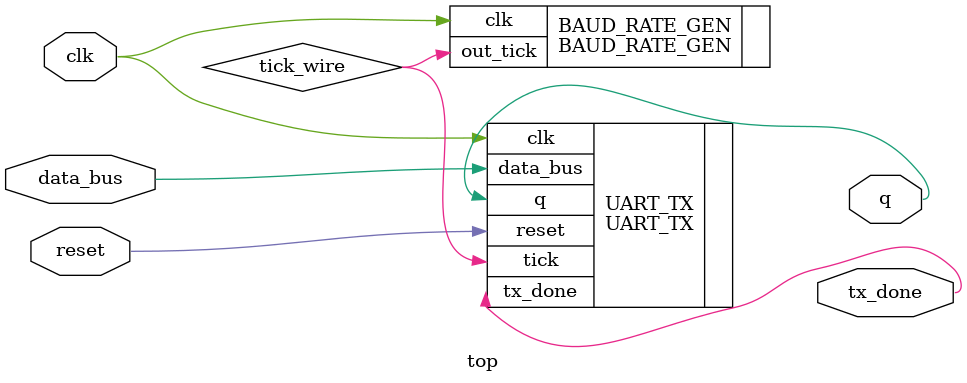
<source format=v>
module top (
input clk,
input reset,
input data_bus,
output q,
output tx_done

);

wire tick_wire;

BAUD_RATE_GEN BAUD_RATE_GEN(
						.clk(clk),
						.out_tick(tick_wire)
);

UART_TX UART_TX(
						.clk(clk),
						.reset(reset),
						.data_bus(data_bus),
						.tick(tick_wire),
						//.enable(enable),
						.q(q),
						.tx_done(tx_done)
);
endmodule
</source>
